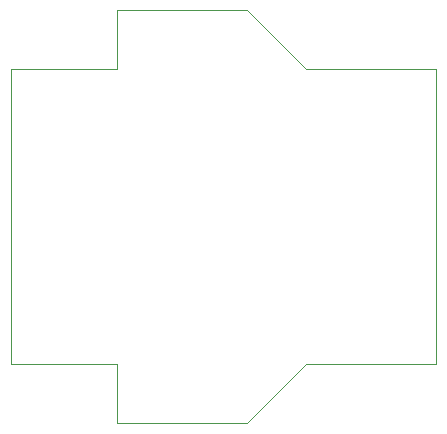
<source format=gbr>
G04 Layer_Color=0*
%FSLAX42Y42*%
%MOMM*%
%TF.FileFunction,Profile,NP*%
%TF.Part,Single*%
G01*
G75*
%TA.AperFunction,Profile*%
%ADD70C,0.03*%
D70*
X900Y0D02*
Y500D01*
X0D01*
Y3000D01*
X900D01*
Y3500D01*
X2000D01*
X2500Y3000D01*
X3600D01*
Y500D01*
X2500D01*
X2000Y0D01*
X900D01*
%TF.MD5,fa62f72440419e1623fe371bfbf1ed10*%
M02*

</source>
